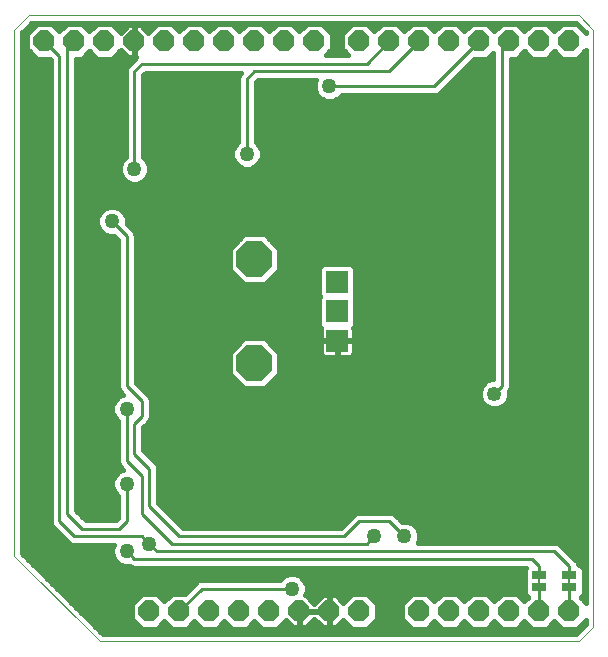
<source format=gbl>
G75*
%MOIN*%
%OFA0B0*%
%FSLAX25Y25*%
%IPPOS*%
%LPD*%
%AMOC8*
5,1,8,0,0,1.08239X$1,22.5*
%
%ADD10C,0.00004*%
%ADD11C,0.00800*%
%ADD12R,0.05000X0.02500*%
%ADD13R,0.07400X0.07400*%
%ADD14OC8,0.11811*%
%ADD15OC8,0.07000*%
%ADD16C,0.01600*%
%ADD17C,0.05000*%
%ADD18C,0.07600*%
%ADD19C,0.05906*%
%ADD20C,0.04921*%
%ADD21C,0.01000*%
D10*
X0008874Y0037220D02*
X0037220Y0008874D01*
X0197063Y0008874D01*
X0201787Y0013598D01*
X0201787Y0212811D01*
X0197063Y0217535D01*
X0013598Y0217535D01*
X0008874Y0212811D01*
X0008874Y0037220D01*
D11*
X0183874Y0030374D02*
X0183874Y0027374D01*
X0193874Y0027374D02*
X0193874Y0030374D01*
D12*
X0193874Y0030874D03*
X0193874Y0026874D03*
X0183874Y0026874D03*
X0183874Y0030874D03*
D13*
X0116433Y0109031D03*
X0116433Y0118874D03*
X0116433Y0128717D03*
D14*
X0088874Y0136197D03*
X0088874Y0101551D03*
D15*
X0083874Y0018874D03*
X0073874Y0018874D03*
X0063874Y0018874D03*
X0053874Y0018874D03*
X0093874Y0018874D03*
X0103874Y0018874D03*
X0113874Y0018874D03*
X0123874Y0018874D03*
X0143874Y0018874D03*
X0153874Y0018874D03*
X0163874Y0018874D03*
X0173874Y0018874D03*
X0183874Y0018874D03*
X0193874Y0018874D03*
X0193874Y0208874D03*
X0183874Y0208874D03*
X0173874Y0208874D03*
X0163874Y0208874D03*
X0153874Y0208874D03*
X0143874Y0208874D03*
X0133874Y0208874D03*
X0123874Y0208874D03*
X0108874Y0208874D03*
X0098874Y0208874D03*
X0088874Y0208874D03*
X0078874Y0208874D03*
X0068874Y0208874D03*
X0058874Y0208874D03*
X0048874Y0208874D03*
X0038874Y0208874D03*
X0028874Y0208874D03*
X0018874Y0208874D03*
D16*
X0024632Y0024859D02*
X0065758Y0024859D01*
X0065673Y0024774D02*
X0061430Y0024774D01*
X0058874Y0022218D01*
X0056318Y0024774D01*
X0051430Y0024774D01*
X0047974Y0021318D01*
X0047974Y0016430D01*
X0051430Y0012974D01*
X0056318Y0012974D01*
X0058874Y0015530D01*
X0061430Y0012974D01*
X0066318Y0012974D01*
X0068874Y0015530D01*
X0071430Y0012974D01*
X0076318Y0012974D01*
X0078874Y0015530D01*
X0081430Y0012974D01*
X0086318Y0012974D01*
X0088874Y0015530D01*
X0091430Y0012974D01*
X0096318Y0012974D01*
X0099298Y0015954D01*
X0101679Y0013574D01*
X0103674Y0013574D01*
X0103674Y0018674D01*
X0104074Y0018674D01*
X0104074Y0013574D01*
X0106069Y0013574D01*
X0108874Y0016379D01*
X0111679Y0013574D01*
X0113674Y0013574D01*
X0113674Y0018674D01*
X0114074Y0018674D01*
X0114074Y0013574D01*
X0116069Y0013574D01*
X0118450Y0015954D01*
X0121430Y0012974D01*
X0126318Y0012974D01*
X0129774Y0016430D01*
X0129774Y0021318D01*
X0126318Y0024774D01*
X0121430Y0024774D01*
X0118450Y0021794D01*
X0116069Y0024174D01*
X0114074Y0024174D01*
X0114074Y0019074D01*
X0113674Y0019074D01*
X0113674Y0018674D01*
X0108574Y0018674D01*
X0104074Y0018674D01*
X0104074Y0019074D01*
X0113674Y0019074D01*
X0113674Y0024174D01*
X0111679Y0024174D01*
X0108874Y0021369D01*
X0106069Y0024174D01*
X0105766Y0024174D01*
X0106274Y0025399D01*
X0106274Y0027349D01*
X0105528Y0029150D01*
X0104150Y0030528D01*
X0102349Y0031274D01*
X0100399Y0031274D01*
X0098598Y0030528D01*
X0097344Y0029274D01*
X0070797Y0029274D01*
X0069731Y0028833D01*
X0068916Y0028017D01*
X0065673Y0024774D01*
X0067356Y0026458D02*
X0023034Y0026458D01*
X0021435Y0028056D02*
X0068955Y0028056D01*
X0059917Y0023261D02*
X0057831Y0023261D01*
X0049917Y0023261D02*
X0026231Y0023261D01*
X0027829Y0021662D02*
X0048318Y0021662D01*
X0047974Y0020064D02*
X0029428Y0020064D01*
X0031026Y0018465D02*
X0047974Y0018465D01*
X0047974Y0016867D02*
X0032625Y0016867D01*
X0034223Y0015268D02*
X0049136Y0015268D01*
X0050735Y0013670D02*
X0035822Y0013670D01*
X0037420Y0012071D02*
X0196863Y0012071D01*
X0196318Y0012974D02*
X0199385Y0016042D01*
X0199385Y0014593D01*
X0196068Y0011276D01*
X0038215Y0011276D01*
X0011276Y0038215D01*
X0011276Y0211816D01*
X0014593Y0215133D01*
X0196068Y0215133D01*
X0199385Y0211816D01*
X0199385Y0211706D01*
X0196318Y0214774D01*
X0191430Y0214774D01*
X0188874Y0212218D01*
X0186318Y0214774D01*
X0181430Y0214774D01*
X0178874Y0212218D01*
X0176318Y0214774D01*
X0171430Y0214774D01*
X0168874Y0212218D01*
X0166318Y0214774D01*
X0161430Y0214774D01*
X0158874Y0212218D01*
X0156318Y0214774D01*
X0151430Y0214774D01*
X0148874Y0212218D01*
X0146318Y0214774D01*
X0141430Y0214774D01*
X0138874Y0212218D01*
X0136318Y0214774D01*
X0131430Y0214774D01*
X0128874Y0212218D01*
X0126318Y0214774D01*
X0121430Y0214774D01*
X0117974Y0211318D01*
X0117974Y0206430D01*
X0120130Y0204274D01*
X0112618Y0204274D01*
X0114774Y0206430D01*
X0114774Y0211318D01*
X0111318Y0214774D01*
X0106430Y0214774D01*
X0103874Y0212218D01*
X0101318Y0214774D01*
X0096430Y0214774D01*
X0093874Y0212218D01*
X0091318Y0214774D01*
X0086430Y0214774D01*
X0083874Y0212218D01*
X0081318Y0214774D01*
X0076430Y0214774D01*
X0073874Y0212218D01*
X0071318Y0214774D01*
X0066430Y0214774D01*
X0063874Y0212218D01*
X0061318Y0214774D01*
X0056430Y0214774D01*
X0053450Y0211794D01*
X0051069Y0214174D01*
X0049074Y0214174D01*
X0049074Y0209074D01*
X0048674Y0209074D01*
X0048674Y0214174D01*
X0046679Y0214174D01*
X0044298Y0211794D01*
X0041318Y0214774D01*
X0036430Y0214774D01*
X0033874Y0212218D01*
X0031318Y0214774D01*
X0026430Y0214774D01*
X0023874Y0212218D01*
X0021318Y0214774D01*
X0016430Y0214774D01*
X0012974Y0211318D01*
X0012974Y0206430D01*
X0016430Y0202974D01*
X0020673Y0202974D01*
X0020974Y0202673D01*
X0020974Y0048297D01*
X0021416Y0047231D01*
X0026416Y0042231D01*
X0027231Y0041416D01*
X0028297Y0040974D01*
X0041940Y0040974D01*
X0041474Y0039849D01*
X0041474Y0037899D01*
X0042220Y0036098D01*
X0043598Y0034720D01*
X0045399Y0033974D01*
X0047173Y0033974D01*
X0047231Y0033916D01*
X0048297Y0033474D01*
X0179335Y0033474D01*
X0178974Y0032601D01*
X0178974Y0029147D01*
X0179087Y0028874D01*
X0178974Y0028601D01*
X0178974Y0025147D01*
X0179339Y0024265D01*
X0180015Y0023589D01*
X0180178Y0023522D01*
X0178874Y0022218D01*
X0176318Y0024774D01*
X0171430Y0024774D01*
X0168874Y0022218D01*
X0166318Y0024774D01*
X0161430Y0024774D01*
X0158874Y0022218D01*
X0156318Y0024774D01*
X0151430Y0024774D01*
X0148874Y0022218D01*
X0146318Y0024774D01*
X0141430Y0024774D01*
X0137974Y0021318D01*
X0137974Y0016430D01*
X0141430Y0012974D01*
X0146318Y0012974D01*
X0148874Y0015530D01*
X0151430Y0012974D01*
X0156318Y0012974D01*
X0158874Y0015530D01*
X0161430Y0012974D01*
X0166318Y0012974D01*
X0168874Y0015530D01*
X0171430Y0012974D01*
X0176318Y0012974D01*
X0178874Y0015530D01*
X0181430Y0012974D01*
X0186318Y0012974D01*
X0188874Y0015530D01*
X0191430Y0012974D01*
X0196318Y0012974D01*
X0197013Y0013670D02*
X0198462Y0013670D01*
X0198612Y0015268D02*
X0199385Y0015268D01*
X0199385Y0021706D02*
X0197570Y0023522D01*
X0197734Y0023589D01*
X0198409Y0024265D01*
X0198774Y0025147D01*
X0198774Y0028601D01*
X0198661Y0028874D01*
X0198774Y0029147D01*
X0198774Y0032601D01*
X0198409Y0033484D01*
X0197734Y0034159D01*
X0196851Y0034524D01*
X0196744Y0034524D01*
X0196333Y0035517D01*
X0195517Y0036333D01*
X0190517Y0041333D01*
X0189451Y0041774D01*
X0143308Y0041774D01*
X0143774Y0042899D01*
X0143774Y0044849D01*
X0143028Y0046650D01*
X0141650Y0048028D01*
X0139849Y0048774D01*
X0138075Y0048774D01*
X0136333Y0050517D01*
X0135517Y0051333D01*
X0134451Y0051774D01*
X0123297Y0051774D01*
X0122231Y0051333D01*
X0117673Y0046774D01*
X0065075Y0046774D01*
X0056774Y0055075D01*
X0056774Y0066951D01*
X0056333Y0068017D01*
X0051774Y0072575D01*
X0051774Y0080173D01*
X0053017Y0081416D01*
X0053833Y0082231D01*
X0054274Y0083297D01*
X0054274Y0089451D01*
X0053833Y0090517D01*
X0049274Y0095075D01*
X0049274Y0144451D01*
X0048833Y0145517D01*
X0046274Y0148075D01*
X0046274Y0149849D01*
X0045528Y0151650D01*
X0044150Y0153028D01*
X0042349Y0153774D01*
X0040399Y0153774D01*
X0038598Y0153028D01*
X0037220Y0151650D01*
X0036474Y0149849D01*
X0036474Y0147899D01*
X0037220Y0146098D01*
X0038598Y0144720D01*
X0040399Y0143974D01*
X0042173Y0143974D01*
X0043474Y0142673D01*
X0043474Y0093297D01*
X0043916Y0092231D01*
X0044731Y0091416D01*
X0045027Y0091120D01*
X0043598Y0090528D01*
X0042220Y0089150D01*
X0041474Y0087349D01*
X0041474Y0085399D01*
X0042220Y0083598D01*
X0043474Y0082344D01*
X0043474Y0068297D01*
X0043916Y0067231D01*
X0044731Y0066416D01*
X0045027Y0066120D01*
X0043598Y0065528D01*
X0042220Y0064150D01*
X0041474Y0062349D01*
X0041474Y0060399D01*
X0042220Y0058598D01*
X0043474Y0057344D01*
X0043474Y0050075D01*
X0042673Y0049274D01*
X0032575Y0049274D01*
X0029274Y0052575D01*
X0029274Y0202974D01*
X0031318Y0202974D01*
X0033874Y0205530D01*
X0036430Y0202974D01*
X0041318Y0202974D01*
X0044298Y0205954D01*
X0046679Y0203574D01*
X0048674Y0203574D01*
X0048674Y0208674D01*
X0049074Y0208674D01*
X0049074Y0203574D01*
X0049473Y0203574D01*
X0048916Y0203017D01*
X0048916Y0203017D01*
X0047231Y0201333D01*
X0046416Y0200517D01*
X0045974Y0199451D01*
X0045974Y0170404D01*
X0044720Y0169150D01*
X0043974Y0167349D01*
X0043974Y0165399D01*
X0044720Y0163598D01*
X0046098Y0162220D01*
X0047899Y0161474D01*
X0049849Y0161474D01*
X0051650Y0162220D01*
X0053028Y0163598D01*
X0053774Y0165399D01*
X0053774Y0167349D01*
X0053028Y0169150D01*
X0051774Y0170404D01*
X0051774Y0197673D01*
X0052575Y0198474D01*
X0084373Y0198474D01*
X0083916Y0198017D01*
X0083474Y0196951D01*
X0083474Y0175404D01*
X0082220Y0174150D01*
X0081474Y0172349D01*
X0081474Y0170399D01*
X0082220Y0168598D01*
X0083598Y0167220D01*
X0085399Y0166474D01*
X0087349Y0166474D01*
X0089150Y0167220D01*
X0090528Y0168598D01*
X0091274Y0170399D01*
X0091274Y0172349D01*
X0090528Y0174150D01*
X0089274Y0175404D01*
X0089274Y0195173D01*
X0090075Y0195974D01*
X0109440Y0195974D01*
X0108974Y0194849D01*
X0108974Y0192899D01*
X0109720Y0191098D01*
X0111098Y0189720D01*
X0112899Y0188974D01*
X0114849Y0188974D01*
X0116650Y0189720D01*
X0117904Y0190974D01*
X0149451Y0190974D01*
X0150517Y0191416D01*
X0162075Y0202974D01*
X0166318Y0202974D01*
X0168474Y0205130D01*
X0168474Y0096235D01*
X0167907Y0096235D01*
X0166121Y0095495D01*
X0164753Y0094127D01*
X0164013Y0092341D01*
X0164013Y0090407D01*
X0164753Y0088621D01*
X0166121Y0087253D01*
X0167907Y0086513D01*
X0169841Y0086513D01*
X0171627Y0087253D01*
X0172995Y0088621D01*
X0173735Y0090407D01*
X0173735Y0092133D01*
X0173833Y0092231D01*
X0174274Y0093297D01*
X0174274Y0202974D01*
X0176318Y0202974D01*
X0178874Y0205530D01*
X0181430Y0202974D01*
X0186318Y0202974D01*
X0188874Y0205530D01*
X0191430Y0202974D01*
X0196318Y0202974D01*
X0199385Y0206042D01*
X0199385Y0021706D01*
X0199385Y0023261D02*
X0197831Y0023261D01*
X0198655Y0024859D02*
X0199385Y0024859D01*
X0199385Y0026458D02*
X0198774Y0026458D01*
X0198774Y0028056D02*
X0199385Y0028056D01*
X0199385Y0029655D02*
X0198774Y0029655D01*
X0198774Y0031253D02*
X0199385Y0031253D01*
X0199385Y0032852D02*
X0198670Y0032852D01*
X0199385Y0034450D02*
X0197030Y0034450D01*
X0195801Y0036049D02*
X0199385Y0036049D01*
X0199385Y0037647D02*
X0194202Y0037647D01*
X0192604Y0039246D02*
X0199385Y0039246D01*
X0199385Y0040844D02*
X0191005Y0040844D01*
X0199385Y0042443D02*
X0143585Y0042443D01*
X0143774Y0044041D02*
X0199385Y0044041D01*
X0199385Y0045640D02*
X0143446Y0045640D01*
X0142439Y0047238D02*
X0199385Y0047238D01*
X0199385Y0048837D02*
X0138012Y0048837D01*
X0136414Y0050435D02*
X0199385Y0050435D01*
X0199385Y0052034D02*
X0059815Y0052034D01*
X0058217Y0053632D02*
X0199385Y0053632D01*
X0199385Y0055231D02*
X0056774Y0055231D01*
X0056774Y0056829D02*
X0199385Y0056829D01*
X0199385Y0058428D02*
X0056774Y0058428D01*
X0056774Y0060026D02*
X0199385Y0060026D01*
X0199385Y0061625D02*
X0056774Y0061625D01*
X0056774Y0063223D02*
X0199385Y0063223D01*
X0199385Y0064822D02*
X0056774Y0064822D01*
X0056774Y0066420D02*
X0199385Y0066420D01*
X0199385Y0068019D02*
X0056330Y0068019D01*
X0054732Y0069617D02*
X0199385Y0069617D01*
X0199385Y0071216D02*
X0053133Y0071216D01*
X0051774Y0072814D02*
X0199385Y0072814D01*
X0199385Y0074413D02*
X0051774Y0074413D01*
X0051774Y0076011D02*
X0199385Y0076011D01*
X0199385Y0077610D02*
X0051774Y0077610D01*
X0051774Y0079209D02*
X0199385Y0079209D01*
X0199385Y0080807D02*
X0052408Y0080807D01*
X0053905Y0082406D02*
X0199385Y0082406D01*
X0199385Y0084004D02*
X0054274Y0084004D01*
X0054274Y0085603D02*
X0199385Y0085603D01*
X0199385Y0087201D02*
X0171501Y0087201D01*
X0173069Y0088800D02*
X0199385Y0088800D01*
X0199385Y0090398D02*
X0173731Y0090398D01*
X0173735Y0091997D02*
X0199385Y0091997D01*
X0199385Y0093595D02*
X0174274Y0093595D01*
X0174274Y0095194D02*
X0199385Y0095194D01*
X0199385Y0096792D02*
X0174274Y0096792D01*
X0174274Y0098391D02*
X0199385Y0098391D01*
X0199385Y0099989D02*
X0174274Y0099989D01*
X0174274Y0101588D02*
X0199385Y0101588D01*
X0199385Y0103186D02*
X0174274Y0103186D01*
X0174274Y0104785D02*
X0199385Y0104785D01*
X0199385Y0106383D02*
X0174274Y0106383D01*
X0174274Y0107982D02*
X0199385Y0107982D01*
X0199385Y0109580D02*
X0174274Y0109580D01*
X0174274Y0111179D02*
X0199385Y0111179D01*
X0199385Y0112777D02*
X0174274Y0112777D01*
X0174274Y0114376D02*
X0199385Y0114376D01*
X0199385Y0115974D02*
X0174274Y0115974D01*
X0174274Y0117573D02*
X0199385Y0117573D01*
X0199385Y0119171D02*
X0174274Y0119171D01*
X0174274Y0120770D02*
X0199385Y0120770D01*
X0199385Y0122368D02*
X0174274Y0122368D01*
X0174274Y0123967D02*
X0199385Y0123967D01*
X0199385Y0125565D02*
X0174274Y0125565D01*
X0174274Y0127164D02*
X0199385Y0127164D01*
X0199385Y0128762D02*
X0174274Y0128762D01*
X0174274Y0130361D02*
X0199385Y0130361D01*
X0199385Y0131959D02*
X0174274Y0131959D01*
X0174274Y0133558D02*
X0199385Y0133558D01*
X0199385Y0135156D02*
X0174274Y0135156D01*
X0174274Y0136755D02*
X0199385Y0136755D01*
X0199385Y0138353D02*
X0174274Y0138353D01*
X0174274Y0139952D02*
X0199385Y0139952D01*
X0199385Y0141550D02*
X0174274Y0141550D01*
X0174274Y0143149D02*
X0199385Y0143149D01*
X0199385Y0144747D02*
X0174274Y0144747D01*
X0174274Y0146346D02*
X0199385Y0146346D01*
X0199385Y0147945D02*
X0174274Y0147945D01*
X0174274Y0149543D02*
X0199385Y0149543D01*
X0199385Y0151142D02*
X0174274Y0151142D01*
X0174274Y0152740D02*
X0199385Y0152740D01*
X0199385Y0154339D02*
X0174274Y0154339D01*
X0174274Y0155937D02*
X0199385Y0155937D01*
X0199385Y0157536D02*
X0174274Y0157536D01*
X0174274Y0159134D02*
X0199385Y0159134D01*
X0199385Y0160733D02*
X0174274Y0160733D01*
X0174274Y0162331D02*
X0199385Y0162331D01*
X0199385Y0163930D02*
X0174274Y0163930D01*
X0174274Y0165528D02*
X0199385Y0165528D01*
X0199385Y0167127D02*
X0174274Y0167127D01*
X0174274Y0168725D02*
X0199385Y0168725D01*
X0199385Y0170324D02*
X0174274Y0170324D01*
X0174274Y0171922D02*
X0199385Y0171922D01*
X0199385Y0173521D02*
X0174274Y0173521D01*
X0174274Y0175119D02*
X0199385Y0175119D01*
X0199385Y0176718D02*
X0174274Y0176718D01*
X0174274Y0178316D02*
X0199385Y0178316D01*
X0199385Y0179915D02*
X0174274Y0179915D01*
X0174274Y0181513D02*
X0199385Y0181513D01*
X0199385Y0183112D02*
X0174274Y0183112D01*
X0174274Y0184710D02*
X0199385Y0184710D01*
X0199385Y0186309D02*
X0174274Y0186309D01*
X0174274Y0187907D02*
X0199385Y0187907D01*
X0199385Y0189506D02*
X0174274Y0189506D01*
X0174274Y0191104D02*
X0199385Y0191104D01*
X0199385Y0192703D02*
X0174274Y0192703D01*
X0174274Y0194301D02*
X0199385Y0194301D01*
X0199385Y0195900D02*
X0174274Y0195900D01*
X0174274Y0197498D02*
X0199385Y0197498D01*
X0199385Y0199097D02*
X0174274Y0199097D01*
X0174274Y0200695D02*
X0199385Y0200695D01*
X0199385Y0202294D02*
X0174274Y0202294D01*
X0177236Y0203892D02*
X0180512Y0203892D01*
X0178913Y0205491D02*
X0178835Y0205491D01*
X0177608Y0213483D02*
X0180140Y0213483D01*
X0187608Y0213483D02*
X0190140Y0213483D01*
X0196120Y0215082D02*
X0014542Y0215082D01*
X0015140Y0213483D02*
X0012943Y0213483D01*
X0013541Y0211885D02*
X0011345Y0211885D01*
X0011276Y0210286D02*
X0012974Y0210286D01*
X0012974Y0208688D02*
X0011276Y0208688D01*
X0011276Y0207089D02*
X0012974Y0207089D01*
X0013913Y0205491D02*
X0011276Y0205491D01*
X0011276Y0203892D02*
X0015512Y0203892D01*
X0011276Y0202294D02*
X0020974Y0202294D01*
X0020974Y0200695D02*
X0011276Y0200695D01*
X0011276Y0199097D02*
X0020974Y0199097D01*
X0020974Y0197498D02*
X0011276Y0197498D01*
X0011276Y0195900D02*
X0020974Y0195900D01*
X0020974Y0194301D02*
X0011276Y0194301D01*
X0011276Y0192703D02*
X0020974Y0192703D01*
X0020974Y0191104D02*
X0011276Y0191104D01*
X0011276Y0189506D02*
X0020974Y0189506D01*
X0020974Y0187907D02*
X0011276Y0187907D01*
X0011276Y0186309D02*
X0020974Y0186309D01*
X0020974Y0184710D02*
X0011276Y0184710D01*
X0011276Y0183112D02*
X0020974Y0183112D01*
X0020974Y0181513D02*
X0011276Y0181513D01*
X0011276Y0179915D02*
X0020974Y0179915D01*
X0020974Y0178316D02*
X0011276Y0178316D01*
X0011276Y0176718D02*
X0020974Y0176718D01*
X0020974Y0175119D02*
X0011276Y0175119D01*
X0011276Y0173521D02*
X0020974Y0173521D01*
X0020974Y0171922D02*
X0011276Y0171922D01*
X0011276Y0170324D02*
X0020974Y0170324D01*
X0020974Y0168725D02*
X0011276Y0168725D01*
X0011276Y0167127D02*
X0020974Y0167127D01*
X0020974Y0165528D02*
X0011276Y0165528D01*
X0011276Y0163930D02*
X0020974Y0163930D01*
X0020974Y0162331D02*
X0011276Y0162331D01*
X0011276Y0160733D02*
X0020974Y0160733D01*
X0020974Y0159134D02*
X0011276Y0159134D01*
X0011276Y0157536D02*
X0020974Y0157536D01*
X0020974Y0155937D02*
X0011276Y0155937D01*
X0011276Y0154339D02*
X0020974Y0154339D01*
X0020974Y0152740D02*
X0011276Y0152740D01*
X0011276Y0151142D02*
X0020974Y0151142D01*
X0020974Y0149543D02*
X0011276Y0149543D01*
X0011276Y0147945D02*
X0020974Y0147945D01*
X0020974Y0146346D02*
X0011276Y0146346D01*
X0011276Y0144747D02*
X0020974Y0144747D01*
X0020974Y0143149D02*
X0011276Y0143149D01*
X0011276Y0141550D02*
X0020974Y0141550D01*
X0020974Y0139952D02*
X0011276Y0139952D01*
X0011276Y0138353D02*
X0020974Y0138353D01*
X0020974Y0136755D02*
X0011276Y0136755D01*
X0011276Y0135156D02*
X0020974Y0135156D01*
X0020974Y0133558D02*
X0011276Y0133558D01*
X0011276Y0131959D02*
X0020974Y0131959D01*
X0020974Y0130361D02*
X0011276Y0130361D01*
X0011276Y0128762D02*
X0020974Y0128762D01*
X0020974Y0127164D02*
X0011276Y0127164D01*
X0011276Y0125565D02*
X0020974Y0125565D01*
X0020974Y0123967D02*
X0011276Y0123967D01*
X0011276Y0122368D02*
X0020974Y0122368D01*
X0020974Y0120770D02*
X0011276Y0120770D01*
X0011276Y0119171D02*
X0020974Y0119171D01*
X0020974Y0117573D02*
X0011276Y0117573D01*
X0011276Y0115974D02*
X0020974Y0115974D01*
X0020974Y0114376D02*
X0011276Y0114376D01*
X0011276Y0112777D02*
X0020974Y0112777D01*
X0020974Y0111179D02*
X0011276Y0111179D01*
X0011276Y0109580D02*
X0020974Y0109580D01*
X0020974Y0107982D02*
X0011276Y0107982D01*
X0011276Y0106383D02*
X0020974Y0106383D01*
X0020974Y0104785D02*
X0011276Y0104785D01*
X0011276Y0103186D02*
X0020974Y0103186D01*
X0020974Y0101588D02*
X0011276Y0101588D01*
X0011276Y0099989D02*
X0020974Y0099989D01*
X0020974Y0098391D02*
X0011276Y0098391D01*
X0011276Y0096792D02*
X0020974Y0096792D01*
X0020974Y0095194D02*
X0011276Y0095194D01*
X0011276Y0093595D02*
X0020974Y0093595D01*
X0020974Y0091997D02*
X0011276Y0091997D01*
X0011276Y0090398D02*
X0020974Y0090398D01*
X0020974Y0088800D02*
X0011276Y0088800D01*
X0011276Y0087201D02*
X0020974Y0087201D01*
X0020974Y0085603D02*
X0011276Y0085603D01*
X0011276Y0084004D02*
X0020974Y0084004D01*
X0020974Y0082406D02*
X0011276Y0082406D01*
X0011276Y0080807D02*
X0020974Y0080807D01*
X0020974Y0079209D02*
X0011276Y0079209D01*
X0011276Y0077610D02*
X0020974Y0077610D01*
X0020974Y0076011D02*
X0011276Y0076011D01*
X0011276Y0074413D02*
X0020974Y0074413D01*
X0020974Y0072814D02*
X0011276Y0072814D01*
X0011276Y0071216D02*
X0020974Y0071216D01*
X0020974Y0069617D02*
X0011276Y0069617D01*
X0011276Y0068019D02*
X0020974Y0068019D01*
X0020974Y0066420D02*
X0011276Y0066420D01*
X0011276Y0064822D02*
X0020974Y0064822D01*
X0020974Y0063223D02*
X0011276Y0063223D01*
X0011276Y0061625D02*
X0020974Y0061625D01*
X0020974Y0060026D02*
X0011276Y0060026D01*
X0011276Y0058428D02*
X0020974Y0058428D01*
X0020974Y0056829D02*
X0011276Y0056829D01*
X0011276Y0055231D02*
X0020974Y0055231D01*
X0020974Y0053632D02*
X0011276Y0053632D01*
X0011276Y0052034D02*
X0020974Y0052034D01*
X0020974Y0050435D02*
X0011276Y0050435D01*
X0011276Y0048837D02*
X0020974Y0048837D01*
X0021413Y0047238D02*
X0011276Y0047238D01*
X0011276Y0045640D02*
X0023007Y0045640D01*
X0024606Y0044041D02*
X0011276Y0044041D01*
X0011276Y0042443D02*
X0026204Y0042443D01*
X0031414Y0050435D02*
X0043474Y0050435D01*
X0043474Y0052034D02*
X0029815Y0052034D01*
X0029274Y0053632D02*
X0043474Y0053632D01*
X0043474Y0055231D02*
X0029274Y0055231D01*
X0029274Y0056829D02*
X0043474Y0056829D01*
X0042391Y0058428D02*
X0029274Y0058428D01*
X0029274Y0060026D02*
X0041628Y0060026D01*
X0041474Y0061625D02*
X0029274Y0061625D01*
X0029274Y0063223D02*
X0041836Y0063223D01*
X0042892Y0064822D02*
X0029274Y0064822D01*
X0029274Y0066420D02*
X0044726Y0066420D01*
X0043589Y0068019D02*
X0029274Y0068019D01*
X0029274Y0069617D02*
X0043474Y0069617D01*
X0043474Y0071216D02*
X0029274Y0071216D01*
X0029274Y0072814D02*
X0043474Y0072814D01*
X0043474Y0074413D02*
X0029274Y0074413D01*
X0029274Y0076011D02*
X0043474Y0076011D01*
X0043474Y0077610D02*
X0029274Y0077610D01*
X0029274Y0079209D02*
X0043474Y0079209D01*
X0043474Y0080807D02*
X0029274Y0080807D01*
X0029274Y0082406D02*
X0043413Y0082406D01*
X0042052Y0084004D02*
X0029274Y0084004D01*
X0029274Y0085603D02*
X0041474Y0085603D01*
X0041474Y0087201D02*
X0029274Y0087201D01*
X0029274Y0088800D02*
X0042075Y0088800D01*
X0043468Y0090398D02*
X0029274Y0090398D01*
X0029274Y0091997D02*
X0044150Y0091997D01*
X0043474Y0093595D02*
X0029274Y0093595D01*
X0029274Y0095194D02*
X0043474Y0095194D01*
X0043474Y0096792D02*
X0029274Y0096792D01*
X0029274Y0098391D02*
X0043474Y0098391D01*
X0043474Y0099989D02*
X0029274Y0099989D01*
X0029274Y0101588D02*
X0043474Y0101588D01*
X0043474Y0103186D02*
X0029274Y0103186D01*
X0029274Y0104785D02*
X0043474Y0104785D01*
X0043474Y0106383D02*
X0029274Y0106383D01*
X0029274Y0107982D02*
X0043474Y0107982D01*
X0043474Y0109580D02*
X0029274Y0109580D01*
X0029274Y0111179D02*
X0043474Y0111179D01*
X0043474Y0112777D02*
X0029274Y0112777D01*
X0029274Y0114376D02*
X0043474Y0114376D01*
X0043474Y0115974D02*
X0029274Y0115974D01*
X0029274Y0117573D02*
X0043474Y0117573D01*
X0043474Y0119171D02*
X0029274Y0119171D01*
X0029274Y0120770D02*
X0043474Y0120770D01*
X0043474Y0122368D02*
X0029274Y0122368D01*
X0029274Y0123967D02*
X0043474Y0123967D01*
X0043474Y0125565D02*
X0029274Y0125565D01*
X0029274Y0127164D02*
X0043474Y0127164D01*
X0043474Y0128762D02*
X0029274Y0128762D01*
X0029274Y0130361D02*
X0043474Y0130361D01*
X0043474Y0131959D02*
X0029274Y0131959D01*
X0029274Y0133558D02*
X0043474Y0133558D01*
X0043474Y0135156D02*
X0029274Y0135156D01*
X0029274Y0136755D02*
X0043474Y0136755D01*
X0043474Y0138353D02*
X0029274Y0138353D01*
X0029274Y0139952D02*
X0043474Y0139952D01*
X0043474Y0141550D02*
X0029274Y0141550D01*
X0029274Y0143149D02*
X0042998Y0143149D01*
X0038571Y0144747D02*
X0029274Y0144747D01*
X0029274Y0146346D02*
X0037117Y0146346D01*
X0036474Y0147945D02*
X0029274Y0147945D01*
X0029274Y0149543D02*
X0036474Y0149543D01*
X0037010Y0151142D02*
X0029274Y0151142D01*
X0029274Y0152740D02*
X0038310Y0152740D01*
X0044438Y0152740D02*
X0168474Y0152740D01*
X0168474Y0151142D02*
X0045738Y0151142D01*
X0046274Y0149543D02*
X0168474Y0149543D01*
X0168474Y0147945D02*
X0046405Y0147945D01*
X0048003Y0146346D02*
X0168474Y0146346D01*
X0168474Y0144747D02*
X0049151Y0144747D01*
X0049274Y0143149D02*
X0084080Y0143149D01*
X0085434Y0144502D02*
X0080569Y0139637D01*
X0080569Y0132757D01*
X0085434Y0127891D01*
X0092314Y0127891D01*
X0097180Y0132757D01*
X0097180Y0139637D01*
X0092314Y0144502D01*
X0085434Y0144502D01*
X0082482Y0141550D02*
X0049274Y0141550D01*
X0049274Y0139952D02*
X0080883Y0139952D01*
X0080569Y0138353D02*
X0049274Y0138353D01*
X0049274Y0136755D02*
X0080569Y0136755D01*
X0080569Y0135156D02*
X0049274Y0135156D01*
X0049274Y0133558D02*
X0080569Y0133558D01*
X0081366Y0131959D02*
X0049274Y0131959D01*
X0049274Y0130361D02*
X0082964Y0130361D01*
X0084563Y0128762D02*
X0049274Y0128762D01*
X0049274Y0127164D02*
X0110333Y0127164D01*
X0110333Y0128762D02*
X0093185Y0128762D01*
X0094784Y0130361D02*
X0110333Y0130361D01*
X0110333Y0131959D02*
X0096382Y0131959D01*
X0097180Y0133558D02*
X0110608Y0133558D01*
X0110698Y0133776D02*
X0110333Y0132894D01*
X0110333Y0124539D01*
X0110641Y0123795D01*
X0110333Y0123051D01*
X0110333Y0114697D01*
X0110698Y0113815D01*
X0111067Y0113446D01*
X0111056Y0113426D01*
X0110933Y0112968D01*
X0110933Y0109216D01*
X0116249Y0109216D01*
X0116249Y0108847D01*
X0116617Y0108847D01*
X0116617Y0103531D01*
X0120370Y0103531D01*
X0120828Y0103654D01*
X0121238Y0103891D01*
X0121573Y0104226D01*
X0121810Y0104637D01*
X0121933Y0105095D01*
X0121933Y0108847D01*
X0116617Y0108847D01*
X0116617Y0109216D01*
X0121933Y0109216D01*
X0121933Y0112968D01*
X0121810Y0113426D01*
X0121799Y0113446D01*
X0122168Y0113815D01*
X0122533Y0114697D01*
X0122533Y0123051D01*
X0122225Y0123795D01*
X0122533Y0124539D01*
X0122533Y0132894D01*
X0122168Y0133776D01*
X0121493Y0134451D01*
X0120610Y0134817D01*
X0112256Y0134817D01*
X0111374Y0134451D01*
X0110698Y0133776D01*
X0110333Y0125565D02*
X0049274Y0125565D01*
X0049274Y0123967D02*
X0110570Y0123967D01*
X0110333Y0122368D02*
X0049274Y0122368D01*
X0049274Y0120770D02*
X0110333Y0120770D01*
X0110333Y0119171D02*
X0049274Y0119171D01*
X0049274Y0117573D02*
X0110333Y0117573D01*
X0110333Y0115974D02*
X0049274Y0115974D01*
X0049274Y0114376D02*
X0110466Y0114376D01*
X0110933Y0112777D02*
X0049274Y0112777D01*
X0049274Y0111179D02*
X0110933Y0111179D01*
X0110933Y0109580D02*
X0092591Y0109580D01*
X0092314Y0109857D02*
X0085434Y0109857D01*
X0080569Y0104991D01*
X0080569Y0098111D01*
X0085434Y0093246D01*
X0092314Y0093246D01*
X0097180Y0098111D01*
X0097180Y0104991D01*
X0092314Y0109857D01*
X0094189Y0107982D02*
X0110933Y0107982D01*
X0110933Y0108847D02*
X0110933Y0105095D01*
X0111056Y0104637D01*
X0111293Y0104226D01*
X0111628Y0103891D01*
X0112038Y0103654D01*
X0112496Y0103531D01*
X0116249Y0103531D01*
X0116249Y0108847D01*
X0110933Y0108847D01*
X0110933Y0106383D02*
X0095788Y0106383D01*
X0097180Y0104785D02*
X0111016Y0104785D01*
X0116249Y0104785D02*
X0116617Y0104785D01*
X0116617Y0106383D02*
X0116249Y0106383D01*
X0116249Y0107982D02*
X0116617Y0107982D01*
X0121933Y0107982D02*
X0168474Y0107982D01*
X0168474Y0109580D02*
X0121933Y0109580D01*
X0121933Y0111179D02*
X0168474Y0111179D01*
X0168474Y0112777D02*
X0121933Y0112777D01*
X0122400Y0114376D02*
X0168474Y0114376D01*
X0168474Y0115974D02*
X0122533Y0115974D01*
X0122533Y0117573D02*
X0168474Y0117573D01*
X0168474Y0119171D02*
X0122533Y0119171D01*
X0122533Y0120770D02*
X0168474Y0120770D01*
X0168474Y0122368D02*
X0122533Y0122368D01*
X0122296Y0123967D02*
X0168474Y0123967D01*
X0168474Y0125565D02*
X0122533Y0125565D01*
X0122533Y0127164D02*
X0168474Y0127164D01*
X0168474Y0128762D02*
X0122533Y0128762D01*
X0122533Y0130361D02*
X0168474Y0130361D01*
X0168474Y0131959D02*
X0122533Y0131959D01*
X0122258Y0133558D02*
X0168474Y0133558D01*
X0168474Y0135156D02*
X0097180Y0135156D01*
X0097180Y0136755D02*
X0168474Y0136755D01*
X0168474Y0138353D02*
X0097180Y0138353D01*
X0096865Y0139952D02*
X0168474Y0139952D01*
X0168474Y0141550D02*
X0095266Y0141550D01*
X0093668Y0143149D02*
X0168474Y0143149D01*
X0168474Y0154339D02*
X0029274Y0154339D01*
X0029274Y0155937D02*
X0168474Y0155937D01*
X0168474Y0157536D02*
X0029274Y0157536D01*
X0029274Y0159134D02*
X0168474Y0159134D01*
X0168474Y0160733D02*
X0029274Y0160733D01*
X0029274Y0162331D02*
X0045987Y0162331D01*
X0044583Y0163930D02*
X0029274Y0163930D01*
X0029274Y0165528D02*
X0043974Y0165528D01*
X0043974Y0167127D02*
X0029274Y0167127D01*
X0029274Y0168725D02*
X0044544Y0168725D01*
X0045894Y0170324D02*
X0029274Y0170324D01*
X0029274Y0171922D02*
X0045974Y0171922D01*
X0045974Y0173521D02*
X0029274Y0173521D01*
X0029274Y0175119D02*
X0045974Y0175119D01*
X0045974Y0176718D02*
X0029274Y0176718D01*
X0029274Y0178316D02*
X0045974Y0178316D01*
X0045974Y0179915D02*
X0029274Y0179915D01*
X0029274Y0181513D02*
X0045974Y0181513D01*
X0045974Y0183112D02*
X0029274Y0183112D01*
X0029274Y0184710D02*
X0045974Y0184710D01*
X0045974Y0186309D02*
X0029274Y0186309D01*
X0029274Y0187907D02*
X0045974Y0187907D01*
X0045974Y0189506D02*
X0029274Y0189506D01*
X0029274Y0191104D02*
X0045974Y0191104D01*
X0045974Y0192703D02*
X0029274Y0192703D01*
X0029274Y0194301D02*
X0045974Y0194301D01*
X0045974Y0195900D02*
X0029274Y0195900D01*
X0029274Y0197498D02*
X0045974Y0197498D01*
X0045974Y0199097D02*
X0029274Y0199097D01*
X0029274Y0200695D02*
X0046594Y0200695D01*
X0047231Y0201333D02*
X0047231Y0201333D01*
X0048193Y0202294D02*
X0029274Y0202294D01*
X0032236Y0203892D02*
X0035512Y0203892D01*
X0033913Y0205491D02*
X0033835Y0205491D01*
X0032608Y0213483D02*
X0035140Y0213483D01*
X0042608Y0213483D02*
X0045988Y0213483D01*
X0044390Y0211885D02*
X0044207Y0211885D01*
X0048674Y0211885D02*
X0049074Y0211885D01*
X0049074Y0213483D02*
X0048674Y0213483D01*
X0051760Y0213483D02*
X0055140Y0213483D01*
X0053541Y0211885D02*
X0053358Y0211885D01*
X0049074Y0210286D02*
X0048674Y0210286D01*
X0048674Y0207089D02*
X0049074Y0207089D01*
X0049074Y0205491D02*
X0048674Y0205491D01*
X0048674Y0203892D02*
X0049074Y0203892D01*
X0046360Y0203892D02*
X0042236Y0203892D01*
X0043835Y0205491D02*
X0044762Y0205491D01*
X0051774Y0197498D02*
X0083701Y0197498D01*
X0083474Y0195900D02*
X0051774Y0195900D01*
X0051774Y0194301D02*
X0083474Y0194301D01*
X0083474Y0192703D02*
X0051774Y0192703D01*
X0051774Y0191104D02*
X0083474Y0191104D01*
X0083474Y0189506D02*
X0051774Y0189506D01*
X0051774Y0187907D02*
X0083474Y0187907D01*
X0083474Y0186309D02*
X0051774Y0186309D01*
X0051774Y0184710D02*
X0083474Y0184710D01*
X0083474Y0183112D02*
X0051774Y0183112D01*
X0051774Y0181513D02*
X0083474Y0181513D01*
X0083474Y0179915D02*
X0051774Y0179915D01*
X0051774Y0178316D02*
X0083474Y0178316D01*
X0083474Y0176718D02*
X0051774Y0176718D01*
X0051774Y0175119D02*
X0083190Y0175119D01*
X0081959Y0173521D02*
X0051774Y0173521D01*
X0051774Y0171922D02*
X0081474Y0171922D01*
X0081505Y0170324D02*
X0051854Y0170324D01*
X0053204Y0168725D02*
X0082167Y0168725D01*
X0083824Y0167127D02*
X0053774Y0167127D01*
X0053774Y0165528D02*
X0168474Y0165528D01*
X0168474Y0163930D02*
X0053165Y0163930D01*
X0051761Y0162331D02*
X0168474Y0162331D01*
X0168474Y0167127D02*
X0088924Y0167127D01*
X0090581Y0168725D02*
X0168474Y0168725D01*
X0168474Y0170324D02*
X0091243Y0170324D01*
X0091274Y0171922D02*
X0168474Y0171922D01*
X0168474Y0173521D02*
X0090789Y0173521D01*
X0089558Y0175119D02*
X0168474Y0175119D01*
X0168474Y0176718D02*
X0089274Y0176718D01*
X0089274Y0178316D02*
X0168474Y0178316D01*
X0168474Y0179915D02*
X0089274Y0179915D01*
X0089274Y0181513D02*
X0168474Y0181513D01*
X0168474Y0183112D02*
X0089274Y0183112D01*
X0089274Y0184710D02*
X0168474Y0184710D01*
X0168474Y0186309D02*
X0089274Y0186309D01*
X0089274Y0187907D02*
X0168474Y0187907D01*
X0168474Y0189506D02*
X0116133Y0189506D01*
X0111616Y0189506D02*
X0089274Y0189506D01*
X0089274Y0191104D02*
X0109718Y0191104D01*
X0109055Y0192703D02*
X0089274Y0192703D01*
X0089274Y0194301D02*
X0108974Y0194301D01*
X0109409Y0195900D02*
X0090001Y0195900D01*
X0092608Y0213483D02*
X0095140Y0213483D01*
X0102608Y0213483D02*
X0105140Y0213483D01*
X0112608Y0213483D02*
X0120140Y0213483D01*
X0118541Y0211885D02*
X0114207Y0211885D01*
X0114774Y0210286D02*
X0117974Y0210286D01*
X0117974Y0208688D02*
X0114774Y0208688D01*
X0114774Y0207089D02*
X0117974Y0207089D01*
X0118913Y0205491D02*
X0113835Y0205491D01*
X0127608Y0213483D02*
X0130140Y0213483D01*
X0137608Y0213483D02*
X0140140Y0213483D01*
X0147608Y0213483D02*
X0150140Y0213483D01*
X0157608Y0213483D02*
X0160140Y0213483D01*
X0167608Y0213483D02*
X0170140Y0213483D01*
X0168474Y0203892D02*
X0167236Y0203892D01*
X0168474Y0202294D02*
X0161395Y0202294D01*
X0159797Y0200695D02*
X0168474Y0200695D01*
X0168474Y0199097D02*
X0158198Y0199097D01*
X0156600Y0197498D02*
X0168474Y0197498D01*
X0168474Y0195900D02*
X0155001Y0195900D01*
X0153403Y0194301D02*
X0168474Y0194301D01*
X0168474Y0192703D02*
X0151804Y0192703D01*
X0149765Y0191104D02*
X0168474Y0191104D01*
X0187236Y0203892D02*
X0190512Y0203892D01*
X0188913Y0205491D02*
X0188835Y0205491D01*
X0197236Y0203892D02*
X0199385Y0203892D01*
X0199385Y0205491D02*
X0198835Y0205491D01*
X0199207Y0211885D02*
X0199317Y0211885D01*
X0197718Y0213483D02*
X0197608Y0213483D01*
X0168474Y0106383D02*
X0121933Y0106383D01*
X0121850Y0104785D02*
X0168474Y0104785D01*
X0168474Y0103186D02*
X0097180Y0103186D01*
X0097180Y0101588D02*
X0168474Y0101588D01*
X0168474Y0099989D02*
X0097180Y0099989D01*
X0097180Y0098391D02*
X0168474Y0098391D01*
X0168474Y0096792D02*
X0095861Y0096792D01*
X0094262Y0095194D02*
X0165820Y0095194D01*
X0164533Y0093595D02*
X0092664Y0093595D01*
X0085084Y0093595D02*
X0050754Y0093595D01*
X0049274Y0095194D02*
X0083486Y0095194D01*
X0081887Y0096792D02*
X0049274Y0096792D01*
X0049274Y0098391D02*
X0080569Y0098391D01*
X0080569Y0099989D02*
X0049274Y0099989D01*
X0049274Y0101588D02*
X0080569Y0101588D01*
X0080569Y0103186D02*
X0049274Y0103186D01*
X0049274Y0104785D02*
X0080569Y0104785D01*
X0081960Y0106383D02*
X0049274Y0106383D01*
X0049274Y0107982D02*
X0083559Y0107982D01*
X0085157Y0109580D02*
X0049274Y0109580D01*
X0052353Y0091997D02*
X0164013Y0091997D01*
X0164017Y0090398D02*
X0053882Y0090398D01*
X0054274Y0088800D02*
X0164679Y0088800D01*
X0166247Y0087201D02*
X0054274Y0087201D01*
X0061414Y0050435D02*
X0121334Y0050435D01*
X0119736Y0048837D02*
X0063012Y0048837D01*
X0064611Y0047238D02*
X0118137Y0047238D01*
X0105023Y0029655D02*
X0178974Y0029655D01*
X0178974Y0031253D02*
X0102399Y0031253D01*
X0100349Y0031253D02*
X0018238Y0031253D01*
X0016640Y0032852D02*
X0179078Y0032852D01*
X0178974Y0028056D02*
X0105981Y0028056D01*
X0106274Y0026458D02*
X0178974Y0026458D01*
X0179093Y0024859D02*
X0106050Y0024859D01*
X0106983Y0023261D02*
X0110765Y0023261D01*
X0109167Y0021662D02*
X0108581Y0021662D01*
X0113674Y0021662D02*
X0114074Y0021662D01*
X0114074Y0020064D02*
X0113674Y0020064D01*
X0113674Y0018465D02*
X0114074Y0018465D01*
X0114074Y0016867D02*
X0113674Y0016867D01*
X0113674Y0015268D02*
X0114074Y0015268D01*
X0114074Y0013670D02*
X0113674Y0013670D01*
X0111583Y0013670D02*
X0106165Y0013670D01*
X0104074Y0013670D02*
X0103674Y0013670D01*
X0103674Y0015268D02*
X0104074Y0015268D01*
X0104074Y0016867D02*
X0103674Y0016867D01*
X0103674Y0018465D02*
X0104074Y0018465D01*
X0107763Y0015268D02*
X0109985Y0015268D01*
X0116165Y0013670D02*
X0120735Y0013670D01*
X0119136Y0015268D02*
X0117763Y0015268D01*
X0116983Y0023261D02*
X0119917Y0023261D01*
X0114074Y0023261D02*
X0113674Y0023261D01*
X0101583Y0013670D02*
X0097013Y0013670D01*
X0098612Y0015268D02*
X0099985Y0015268D01*
X0090735Y0013670D02*
X0087013Y0013670D01*
X0088612Y0015268D02*
X0089136Y0015268D01*
X0080735Y0013670D02*
X0077013Y0013670D01*
X0078612Y0015268D02*
X0079136Y0015268D01*
X0070735Y0013670D02*
X0067013Y0013670D01*
X0068612Y0015268D02*
X0069136Y0015268D01*
X0060735Y0013670D02*
X0057013Y0013670D01*
X0058612Y0015268D02*
X0059136Y0015268D01*
X0044250Y0034450D02*
X0015041Y0034450D01*
X0013443Y0036049D02*
X0042270Y0036049D01*
X0041578Y0037647D02*
X0011844Y0037647D01*
X0011276Y0039246D02*
X0041474Y0039246D01*
X0041886Y0040844D02*
X0011276Y0040844D01*
X0019837Y0029655D02*
X0097725Y0029655D01*
X0127831Y0023261D02*
X0139917Y0023261D01*
X0138318Y0021662D02*
X0129430Y0021662D01*
X0129774Y0020064D02*
X0137974Y0020064D01*
X0137974Y0018465D02*
X0129774Y0018465D01*
X0129774Y0016867D02*
X0137974Y0016867D01*
X0139136Y0015268D02*
X0128612Y0015268D01*
X0127013Y0013670D02*
X0140735Y0013670D01*
X0147013Y0013670D02*
X0150735Y0013670D01*
X0149136Y0015268D02*
X0148612Y0015268D01*
X0147831Y0023261D02*
X0149917Y0023261D01*
X0157831Y0023261D02*
X0159917Y0023261D01*
X0167831Y0023261D02*
X0169917Y0023261D01*
X0177831Y0023261D02*
X0179917Y0023261D01*
X0179136Y0015268D02*
X0178612Y0015268D01*
X0177013Y0013670D02*
X0180735Y0013670D01*
X0187013Y0013670D02*
X0190735Y0013670D01*
X0189136Y0015268D02*
X0188612Y0015268D01*
X0170735Y0013670D02*
X0167013Y0013670D01*
X0168612Y0015268D02*
X0169136Y0015268D01*
X0160735Y0013670D02*
X0157013Y0013670D01*
X0158612Y0015268D02*
X0159136Y0015268D01*
X0085140Y0213483D02*
X0082608Y0213483D01*
X0075140Y0213483D02*
X0072608Y0213483D01*
X0065140Y0213483D02*
X0062608Y0213483D01*
X0025140Y0213483D02*
X0022608Y0213483D01*
D17*
X0048874Y0166374D03*
X0041374Y0148874D03*
X0086374Y0171374D03*
X0113874Y0193874D03*
X0046374Y0086374D03*
X0038874Y0073874D03*
X0046374Y0061374D03*
X0053874Y0041374D03*
X0046374Y0038874D03*
X0018874Y0056374D03*
X0101374Y0026374D03*
X0128874Y0043874D03*
X0138874Y0043874D03*
D18*
X0033874Y0133874D03*
D19*
X0163874Y0028874D03*
X0173874Y0028874D03*
D20*
X0168874Y0091374D03*
D21*
X0171374Y0093874D01*
X0171374Y0206374D01*
X0173874Y0208874D01*
X0163874Y0208874D02*
X0148874Y0193874D01*
X0113874Y0193874D01*
X0126374Y0201374D02*
X0133874Y0208874D01*
X0126374Y0201374D02*
X0051374Y0201374D01*
X0048874Y0198874D01*
X0048874Y0166374D01*
X0041374Y0148874D02*
X0046374Y0143874D01*
X0046374Y0093874D01*
X0051374Y0088874D01*
X0051374Y0083874D01*
X0048874Y0081374D01*
X0048874Y0071374D01*
X0053874Y0066374D01*
X0053874Y0053874D01*
X0063874Y0043874D01*
X0118874Y0043874D01*
X0123874Y0048874D01*
X0133874Y0048874D01*
X0138874Y0043874D01*
X0128874Y0043874D02*
X0126374Y0041374D01*
X0061374Y0041374D01*
X0051374Y0051374D01*
X0051374Y0063874D01*
X0046374Y0068874D01*
X0046374Y0086374D01*
X0046374Y0061374D02*
X0046374Y0048874D01*
X0043874Y0046374D01*
X0031374Y0046374D01*
X0026374Y0051374D01*
X0026374Y0206374D01*
X0028874Y0208874D01*
X0023874Y0203874D02*
X0023874Y0048874D01*
X0028874Y0043874D01*
X0051374Y0043874D01*
X0053874Y0041374D01*
X0056374Y0038874D01*
X0188874Y0038874D01*
X0193874Y0033874D01*
X0193874Y0030874D01*
X0193874Y0026874D02*
X0193874Y0018874D01*
X0183874Y0018874D02*
X0183874Y0026874D01*
X0183874Y0030874D02*
X0183874Y0033874D01*
X0181374Y0036374D01*
X0048874Y0036374D01*
X0046374Y0038874D01*
X0063874Y0018874D02*
X0071374Y0026374D01*
X0101374Y0026374D01*
X0086374Y0171374D02*
X0086374Y0196374D01*
X0088874Y0198874D01*
X0133874Y0198874D01*
X0143874Y0208874D01*
X0023874Y0203874D02*
X0018874Y0208874D01*
M02*

</source>
